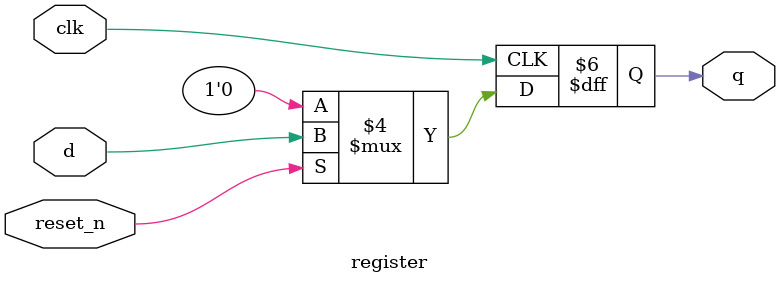
<source format=v>
module part3(SW, KEY, LEDR);
	input [9:0] SW;
	input [3:0] KEY;
	output [9:0] LEDR;
	
	shifter init(
		.LoadVal(SW[7:0]),
		.Load_n(KEY[1]),
		.ShiftRight(KEY[2]),
		.ASR(KEY[3]),
		.clk(KEY[0]),
		.reset_n(SW[9]),
		.Q(LEDR[7:0])
		);
		
endmodule


module shifter(LoadVal, Load_n, ShiftRight, ASR, clk, reset_n, Q);
	input [7:0] LoadVal;
	input Load_n, ShiftRight, ASR, clk, reset_n;
	output [7:0] Q;
	
	wire asr_out; // store the output of mux2to1 asr, 0 leads Q[7] = 0, 1 leads Q[7] = Q[7];
	wire [7:0] shifterbit_out; // store the output of each shifterbit
	
	
	mux2to1 asr(
		.x(0),
		.y(shifterbit_out[7]),
		.s(ASR),
		.m(asr_out)
		);
		
	
	shifterbit s7(
		.shift(ShiftRight),
		.load_n(Load_n),
		.clk(clk),
		.reset_n(reset_n),
		.in(asr_out),
		.load_val(LoadVal[7]),
		.out(shifterbit_out[7])
		);
		
	shifterbit s6(
		.shift(ShiftRight),
		.load_n(Load_n),
		.clk(clk),
		.reset_n(reset_n),
		.in(shifterbit_out[7]),
		.load_val(LoadVal[6]),
		.out(shifterbit_out[6])
		);
	
	shifterbit s5(
		.shift(ShiftRight),
		.load_n(Load_n),
		.clk(clk),
		.reset_n(reset_n),
		.in(shifterbit_out[6]),
		.load_val(LoadVal[5]),
		.out(shifterbit_out[5])
		);

	shifterbit s4(
		.shift(ShiftRight),
		.load_n(Load_n),
		.clk(clk),
		.reset_n(reset_n),
		.in(shifterbit_out[5]),
		.load_val(LoadVal[4]),
		.out(shifterbit_out[4])
		);

	shifterbit s3(
		.shift(ShiftRight),
		.load_n(Load_n),
		.clk(clk),
		.reset_n(reset_n),
		.in(shifterbit_out[4]),
		.load_val(LoadVal[3]),
		.out(shifterbit_out[3])
		);
		
	shifterbit s2(
		.shift(ShiftRight),
		.load_n(Load_n),
		.clk(clk),
		.reset_n(reset_n),
		.in(shifterbit_out[3]),
		.load_val(LoadVal[2]),
		.out(shifterbit_out[2])
		);
		
	shifterbit s1(
		.shift(ShiftRight),
		.load_n(Load_n),
		.clk(clk),
		.reset_n(reset_n),
		.in(shifterbit_out[2]),
		.load_val(LoadVal[1]),
		.out(shifterbit_out[1])
		);
		
	shifterbit s0(
		.shift(ShiftRight),
		.load_n(Load_n),
		.clk(clk),
		.reset_n(reset_n),
		.in(shifterbit_out[1]),
		.load_val(LoadVal[0]),
		.out(shifterbit_out[0])
		);
		
	assign Q[7:0] = shifterbit_out[7:0];
		
endmodule

		
module shifterbit(shift, load_n, clk, reset_n, in, load_val, out);
	input shift, load_n, clk, reset_n, in, load_val;
	output out;
	
	wire connection1; // store the output of first mux2to1
	wire connection2; // store the output of second mux2to1
	wire connection3;	// store the output of register
	
	mux2to1 m1(
		.x(connection3),
		.y(in),
		.s(shift),
		.m(connection1)
		);
	
	mux2to1 m2(
		.x(load_val),
		.y(connection1),
		.s(load_n),
		.m(connection2)
		);
		
	register r(
		.d(connection2),
		.clk(clk),
		.reset_n(reset_n),
		.q(connection3)
		);
	
		
	assign out = connection3;
	
endmodule
	
module mux2to1(x, y, s, m);
    input x; //selected when s is 0
    input y; //selected when s is 1
    input s; //select signal
    output m; //output
  
    assign m = s & y | ~s & x;
    // OR
    // assign m = s ? y : x;

endmodule

module register(d, clk, reset_n, q);
	input d;
	input clk, reset_n;
	output q;
	reg q; 

	always @(posedge clk) 
	begin 
		if (reset_n == 1'b0) 
			
			q <= 1'b0;
		
		else 
			q <= d;
	end 
endmodule
</source>
